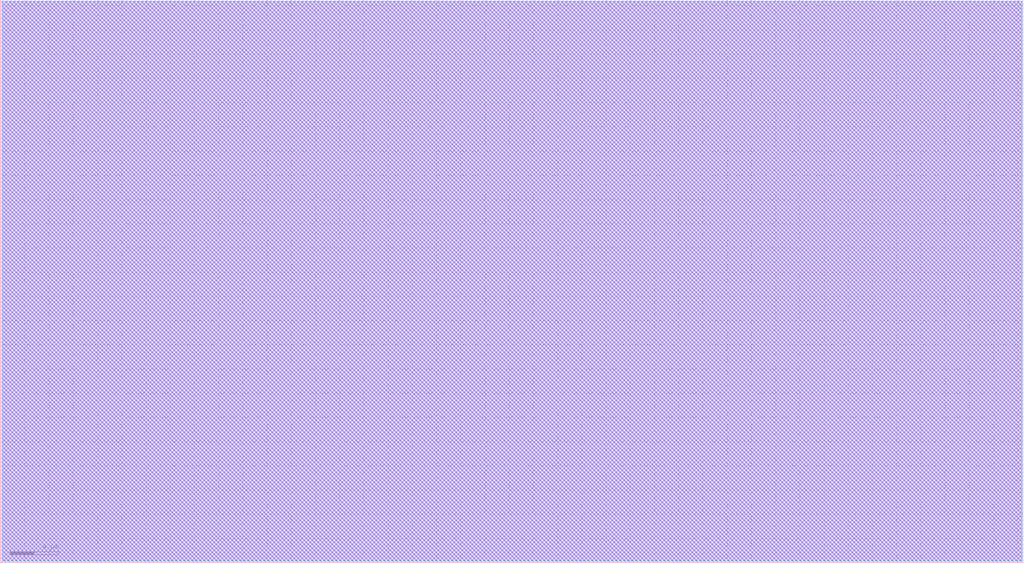
<source format=lef>
VERSION 5.4 ;
NAMESCASESENSITIVE ON ;
BUSBITCHARS "[]" ;
DIVIDERCHAR "/" ;
UNITS
  DATABASE MICRONS 2000 ;
END UNITS
MACRO mp_cache_tag_array
   CLASS BLOCK ;
   SIZE 84.515 BY 46.5 ;
   SYMMETRY X Y R90 ;
   PIN din0[0]
      DIRECTION INPUT ;
      PORT
      END
   END din0[0]
   PIN din0[1]
      DIRECTION INPUT ;
      PORT
      END
   END din0[1]
   PIN din0[2]
      DIRECTION INPUT ;
      PORT
      END
   END din0[2]
   PIN din0[3]
      DIRECTION INPUT ;
      PORT
      END
   END din0[3]
   PIN din0[4]
      DIRECTION INPUT ;
      PORT
      END
   END din0[4]
   PIN din0[5]
      DIRECTION INPUT ;
      PORT
      END
   END din0[5]
   PIN din0[6]
      DIRECTION INPUT ;
      PORT
      END
   END din0[6]
   PIN din0[7]
      DIRECTION INPUT ;
      PORT
      END
   END din0[7]
   PIN din0[8]
      DIRECTION INPUT ;
      PORT
      END
   END din0[8]
   PIN din0[9]
      DIRECTION INPUT ;
      PORT
      END
   END din0[9]
   PIN din0[10]
      DIRECTION INPUT ;
      PORT
      END
   END din0[10]
   PIN din0[11]
      DIRECTION INPUT ;
      PORT
      END
   END din0[11]
   PIN din0[12]
      DIRECTION INPUT ;
      PORT
      END
   END din0[12]
   PIN din0[13]
      DIRECTION INPUT ;
      PORT
      END
   END din0[13]
   PIN din0[14]
      DIRECTION INPUT ;
      PORT
      END
   END din0[14]
   PIN din0[15]
      DIRECTION INPUT ;
      PORT
      END
   END din0[15]
   PIN din0[16]
      DIRECTION INPUT ;
      PORT
      END
   END din0[16]
   PIN din0[17]
      DIRECTION INPUT ;
      PORT
      END
   END din0[17]
   PIN din0[18]
      DIRECTION INPUT ;
      PORT
      END
   END din0[18]
   PIN din0[19]
      DIRECTION INPUT ;
      PORT
      END
   END din0[19]
   PIN din0[20]
      DIRECTION INPUT ;
      PORT
      END
   END din0[20]
   PIN din0[21]
      DIRECTION INPUT ;
      PORT
      END
   END din0[21]
   PIN din0[22]
      DIRECTION INPUT ;
      PORT
      END
   END din0[22]
   PIN addr0[0]
      DIRECTION INPUT ;
      PORT
      END
   END addr0[0]
   PIN addr0[1]
      DIRECTION INPUT ;
      PORT
      END
   END addr0[1]
   PIN addr0[2]
      DIRECTION INPUT ;
      PORT
      END
   END addr0[2]
   PIN addr0[3]
      DIRECTION INPUT ;
      PORT
      END
   END addr0[3]
   PIN csb0
      DIRECTION INPUT ;
      PORT
      END
   END csb0
   PIN web0
      DIRECTION INPUT ;
      PORT
      END
   END web0
   PIN clk0
      DIRECTION INPUT ;
      PORT
      END
   END clk0
   PIN dout0[0]
      DIRECTION OUTPUT ;
      PORT
      END
   END dout0[0]
   PIN dout0[1]
      DIRECTION OUTPUT ;
      PORT
      END
   END dout0[1]
   PIN dout0[2]
      DIRECTION OUTPUT ;
      PORT
      END
   END dout0[2]
   PIN dout0[3]
      DIRECTION OUTPUT ;
      PORT
      END
   END dout0[3]
   PIN dout0[4]
      DIRECTION OUTPUT ;
      PORT
      END
   END dout0[4]
   PIN dout0[5]
      DIRECTION OUTPUT ;
      PORT
      END
   END dout0[5]
   PIN dout0[6]
      DIRECTION OUTPUT ;
      PORT
      END
   END dout0[6]
   PIN dout0[7]
      DIRECTION OUTPUT ;
      PORT
      END
   END dout0[7]
   PIN dout0[8]
      DIRECTION OUTPUT ;
      PORT
      END
   END dout0[8]
   PIN dout0[9]
      DIRECTION OUTPUT ;
      PORT
      END
   END dout0[9]
   PIN dout0[10]
      DIRECTION OUTPUT ;
      PORT
      END
   END dout0[10]
   PIN dout0[11]
      DIRECTION OUTPUT ;
      PORT
      END
   END dout0[11]
   PIN dout0[12]
      DIRECTION OUTPUT ;
      PORT
      END
   END dout0[12]
   PIN dout0[13]
      DIRECTION OUTPUT ;
      PORT
      END
   END dout0[13]
   PIN dout0[14]
      DIRECTION OUTPUT ;
      PORT
      END
   END dout0[14]
   PIN dout0[15]
      DIRECTION OUTPUT ;
      PORT
      END
   END dout0[15]
   PIN dout0[16]
      DIRECTION OUTPUT ;
      PORT
      END
   END dout0[16]
   PIN dout0[17]
      DIRECTION OUTPUT ;
      PORT
      END
   END dout0[17]
   PIN dout0[18]
      DIRECTION OUTPUT ;
      PORT
      END
   END dout0[18]
   PIN dout0[19]
      DIRECTION OUTPUT ;
      PORT
      END
   END dout0[19]
   PIN dout0[20]
      DIRECTION OUTPUT ;
      PORT
      END
   END dout0[20]
   PIN dout0[21]
      DIRECTION OUTPUT ;
      PORT
      END
   END dout0[21]
   PIN dout0[22]
      DIRECTION OUTPUT ;
      PORT
      END
   END dout0[22]
   PIN vdd
      DIRECTION INOUT ;
      USE POWER ; 
      SHAPE ABUTMENT ; 
      PORT
      END
   END vdd
   PIN gnd
      DIRECTION INOUT ;
      USE GROUND ; 
      SHAPE ABUTMENT ; 
      PORT
      END
   END gnd
   OBS
   LAYER  metal1 ;
      RECT  0.14 0.14 84.375 46.36 ;
   LAYER  metal2 ;
      RECT  0.14 0.14 84.375 46.36 ;
   LAYER  metal3 ;
      RECT  0.14 0.14 84.375 46.36 ;
   LAYER  metal4 ;
      RECT  0.14 0.14 84.375 46.36 ;
   END
END    mp_cache_tag_array
END    LIBRARY

</source>
